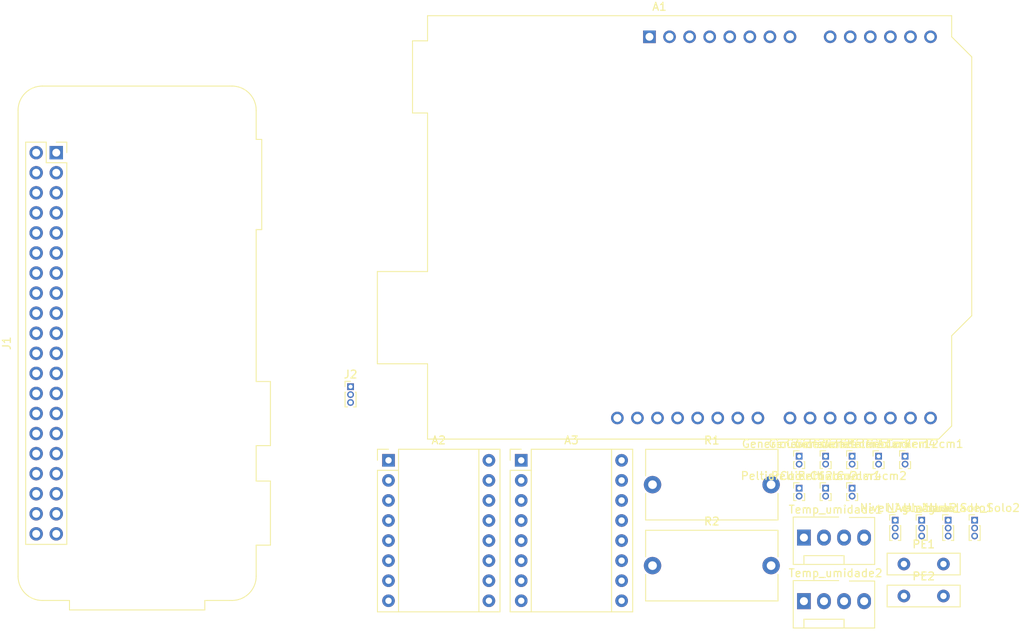
<source format=kicad_pcb>
(kicad_pcb (version 20240108) (generator "pcbnew") (generator_version "8.0")
  (layers (0 "F.Cu" signal) (31 "B.Cu" signal) (34 "B.Paste" user) (35 "F.Paste" user) (36 "B.SilkS" user "B.Silkscreen") (37 "F.SilkS" user "F.Silkscreen") (38 "B.Mask" user) (39 "F.Mask" user) (44 "Edge.Cuts" user))
  (net 0 "")
  (net 3 "Net-(J1-GND-Pad14)")
  (net 7 "Net-(J1-3V3-Pad1)")
  (net 12 "Net-(J1-5V-Pad2)")
  (footprint "Connector:FanPinHeader_1x04_P2.54mm_Vertical" (layer "F.Cu") (at 197.35 137.15)
    (property "Reference" "Temp_umidade2" (at 4 -3.55 0) (layer "F.SilkS"))
    (property "Value" "Conn_01x04")
    (fp_line (start -1.35 -2.6) (end 4.4 -2.6) (stroke (width 0.12)) (layer "F.SilkS"))
    (fp_line (start -1.35 3.4) (end -1.35 -2.6) (stroke (width 0.12)) (layer "F.SilkS"))
    (fp_line (start 0 2.29) (end 5.08 2.29) (stroke (width 0.12)) (layer "F.SilkS"))
    (fp_line (start 0 3.3) (end 0 2.29) (stroke (width 0.12)) (layer "F.SilkS"))
    (fp_line (start 5.08 2.29) (end 5.08 3.3) (stroke (width 0.12)) (layer "F.SilkS"))
    (fp_line (start 5.75 -2.55) (end 8.95 -2.55) (stroke (width 0.12)) (layer "F.SilkS"))
    (fp_line (start 8.95 -2.55) (end 8.95 3.4) (stroke (width 0.12)) (layer "F.SilkS"))
    (fp_line (start 8.95 3.4) (end -1.35 3.4) (stroke (width 0.12)) (layer "F.SilkS"))
    (pad "" np_thru_hole circle (at 5.08 -2.16 90) (size 1.1 1.1) (drill 1.1) (layers "*.Cu" "*.Mask"))
    (pad "1" thru_hole rect (at 0 0 90) (size 2.03 1.73) (drill 1.02) (layers "*.Cu" "*.Mask"))
    (pad "2" thru_hole oval (at 2.54 0 90) (size 2.03 1.73) (drill 1.02) (layers "*.Cu" "*.Mask"))
    (pad "3" thru_hole oval (at 5.08 0 90) (size 2.03 1.73) (drill 1.02) (layers "*.Cu" "*.Mask"))
    (pad "4" thru_hole oval (at 7.62 0 90) (size 2.03 1.73) (drill 1.02) (layers "*.Cu" "*.Mask"))
  )
  (footprint "Module:Raspberry_Pi_Zero_Socketed_THT_FaceDown_MountingHoles" (layer "F.Cu") (at 102.77 80.37)
    (property "Reference" "J1" (at -6.27 24.13 90) (layer "F.SilkS"))
    (property "Value" "Raspberry_Pi_2_3")
    (fp_line (start -4.83 53.63) (end -4.83 -5.37) (stroke (width 0.12)) (layer "F.SilkS"))
    (fp_line (start -3.87 -1.33) (end -3.87 49.59) (stroke (width 0.12)) (layer "F.SilkS"))
    (fp_line (start -3.87 -1.33) (end -1.27 -1.33) (stroke (width 0.12)) (layer "F.SilkS"))
    (fp_line (start -3.87 49.59) (end 1.33 49.59) (stroke (width 0.12)) (layer "F.SilkS"))
    (fp_line (start -1.77 -8.43) (end 22.23 -8.43) (stroke (width 0.12)) (layer "F.SilkS"))
    (fp_line (start -1.27 -1.33) (end -1.27 1.27) (stroke (width 0.12)) (layer "F.SilkS"))
    (fp_line (start -1.27 1.27) (end 1.33 1.27) (stroke (width 0.12)) (layer "F.SilkS"))
    (fp_line (start 0 -1.33) (end 1.33 -1.33) (stroke (width 0.12)) (layer "F.SilkS"))
    (fp_line (start 1.33 -1.33) (end 1.33 0) (stroke (width 0.12)) (layer "F.SilkS"))
    (fp_line (start 1.33 1.27) (end 1.33 49.59) (stroke (width 0.12)) (layer "F.SilkS"))
    (fp_line (start 1.67 56.69) (end -1.77 56.69) (stroke (width 0.12)) (layer "F.SilkS"))
    (fp_line (start 1.67 56.69) (end 1.67 57.89) (stroke (width 0.12)) (layer "F.SilkS"))
    (fp_line (start 1.67 57.89) (end 18.79 57.89) (stroke (width 0.12)) (layer "F.SilkS"))
    (fp_line (start 18.79 56.69) (end 22.23 56.69) (stroke (width 0.12)) (layer "F.SilkS"))
    (fp_line (start 18.79 57.89) (end 18.79 56.69) (stroke (width 0.12)) (layer "F.SilkS"))
    (fp_line (start 25.29 -1.68) (end 25.29 -5.37) (stroke (width 0.12)) (layer "F.SilkS"))
    (fp_line (start 25.29 9.74) (end 25.99 9.74) (stroke (width 0.12)) (layer "F.SilkS"))
    (fp_line (start 25.29 28.97) (end 25.29 9.74) (stroke (width 0.12)) (layer "F.SilkS"))
    (fp_line (start 25.29 37.09) (end 27.09 37.09) (stroke (width 0.12)) (layer "F.SilkS"))
    (fp_line (start 25.29 41.57) (end 25.29 37.09) (stroke (width 0.12)) (layer "F.SilkS"))
    (fp_line (start 25.29 49.69) (end 27.09 49.69) (stroke (width 0.12)) (layer "F.SilkS"))
    (fp_line (start 25.29 53.63) (end 25.29 49.69) (stroke (width 0.12)) (layer "F.SilkS"))
    (fp_line (start 25.99 -1.68) (end 25.29 -1.68) (stroke (width 0.12)) (layer "F.SilkS"))
    (fp_line (start 25.99 9.74) (end 25.99 -1.68) (stroke (width 0.12)) (layer "F.SilkS"))
    (fp_line (start 27.09 28.97) (end 25.29 28.97) (stroke (width 0.12)) (layer "F.SilkS"))
    (fp_line (start 27.09 37.09) (end 27.09 28.97) (stroke (width 0.12)) (layer "F.SilkS"))
    (fp_line (start 27.09 41.57) (end 25.29 41.57) (stroke (width 0.12)) (layer "F.SilkS"))
    (fp_line (start 27.09 49.69) (end 27.09 41.57) (stroke (width 0.12)) (layer "F.SilkS"))
    (fp_arc (start -4.83 -5.37) (mid -3.933747 -7.533747) (end -1.77 -8.43) (stroke (width 0.12)) (layer "F.SilkS"))
    (fp_arc (start -1.77 56.69) (mid -3.933747 55.793747) (end -4.83 53.63) (stroke (width 0.12)) (layer "F.SilkS"))
    (fp_arc (start 22.23 -8.43) (mid 24.393747 -7.533747) (end 25.29 -5.37) (stroke (width 0.12)) (layer "F.SilkS"))
    (fp_arc (start 25.29 53.63) (mid 24.393747 55.793747) (end 22.23 56.69) (stroke (width 0.12)) (layer "F.SilkS"))
    (pad "" np_thru_hole circle (at -1.27 -4.87 90) (size 2.75 2.75) (drill 2.75) (layers "*.Cu" "*.Mask"))
    (pad "" np_thru_hole circle (at -1.27 53.13 90) (size 2.75 2.75) (drill 2.75) (layers "*.Cu" "*.Mask"))
    (pad "" np_thru_hole circle (at 21.73 -4.87 90) (size 2.75 2.75) (drill 2.75) (layers "*.Cu" "*.Mask"))
    (pad "" np_thru_hole circle (at 21.73 53.13 90) (size 2.75 2.75) (drill 2.75) (layers "*.Cu" "*.Mask"))
    (pad "1" thru_hole rect (at 0 0) (size 1.7 1.7) (drill 1) (layers "*.Cu" "*.Mask") (net 7 "Net-(J1-3V3-Pad1)"))
    (pad "2" thru_hole oval (at -2.54 0) (size 1.7 1.7) (drill 1) (layers "*.Cu" "*.Mask") (net 12 "Net-(J1-5V-Pad2)"))
    (pad "3" thru_hole oval (at 0 2.54) (size 1.7 1.7) (drill 1) (layers "*.Cu" "*.Mask"))
    (pad "4" thru_hole oval (at -2.54 2.54) (size 1.7 1.7) (drill 1) (layers "*.Cu" "*.Mask") (net 12 "Net-(J1-5V-Pad2)"))
    (pad "5" thru_hole oval (at 0 5.08) (size 1.7 1.7) (drill 1) (layers "*.Cu" "*.Mask"))
    (pad "6" thru_hole oval (at -2.54 5.08) (size 1.7 1.7) (drill 1) (layers "*.Cu" "*.Mask") (net 3 "Net-(J1-GND-Pad14)"))
    (pad "7" thru_hole oval (at 0 7.62) (size 1.7 1.7) (drill 1) (layers "*.Cu" "*.Mask"))
    (pad "8" thru_hole oval (at -2.54 7.62) (size 1.7 1.7) (drill 1) (layers "*.Cu" "*.Mask"))
    (pad "9" thru_hole oval (at 0 10.16) (size 1.7 1.7) (drill 1) (layers "*.Cu" "*.Mask") (net 3 "Net-(J1-GND-Pad14)"))
    (pad "10" thru_hole oval (at -2.54 10.16) (size 1.7 1.7) (drill 1) (layers "*.Cu" "*.Mask"))
    (pad "11" thru_hole oval (at 0 12.7) (size 1.7 1.7) (drill 1) (layers "*.Cu" "*.Mask"))
    (pad "12" thru_hole oval (at -2.54 12.7) (size 1.7 1.7) (drill 1) (layers "*.Cu" "*.Mask"))
    (pad "13" thru_hole oval (at 0 15.24) (size 1.7 1.7) (drill 1) (layers "*.Cu" "*.Mask"))
    (pad "14" thru_hole oval (at -2.54 15.24) (size 1.7 1.7) (drill 1) (layers "*.Cu" "*.Mask") (net 3 "Net-(J1-GND-Pad14)"))
    (pad "15" thru_hole oval (at 0 17.78) (size 1.7 1.7) (drill 1) (layers "*.Cu" "*.Mask"))
    (pad "16" thru_hole oval (at -2.54 17.78) (size 1.7 1.7) (drill 1) (layers "*.Cu" "*.Mask"))
    (pad "17" thru_hole oval (at 0 20.32) (size 1.7 1.7) (drill 1) (layers "*.Cu" "*.Mask") (net 7 "Net-(J1-3V3-Pad1)"))
    (pad "18" thru_hole oval (at -2.54 20.32) (size 1.7 1.7) (drill 1) (layers "*.Cu" "*.Mask"))
    (pad "19" thru_hole oval (at 0 22.86) (size 1.7 1.7) (drill 1) (layers "*.Cu" "*.Mask"))
    (pad "20" thru_hole oval (at -2.54 22.86) (size 1.7 1.7) (drill 1) (layers "*.Cu" "*.Mask") (net 3 "Net-(J1-GND-Pad14)"))
    (pad "21" thru_hole oval (at 0 25.4) (size 1.7 1.7) (drill 1) (layers "*.Cu" "*.Mask"))
    (pad "22" thru_hole oval (at -2.54 25.4) (size 1.7 1.7) (drill 1) (layers "*.Cu" "*.Mask"))
    (pad "23" thru_hole oval (at 0 27.94) (size 1.7 1.7) (drill 1) (layers "*.Cu" "*.Mask"))
    (pad "24" thru_hole oval (at -2.54 27.94) (size 1.7 1.7) (drill 1) (layers "*.Cu" "*.Mask"))
    (pad "25" thru_hole oval (at 0 30.48) (size 1.7 1.7) (drill 1) (layers "*.Cu" "*.Mask") (net 3 "Net-(J1-GND-Pad14)"))
    (pad "26" thru_hole oval (at -2.54 30.48) (size 1.7 1.7) (drill 1) (layers "*.Cu" "*.Mask"))
    (pad "27" thru_hole oval (at 0 33.02) (size 1.7 1.7) (drill 1) (layers "*.Cu" "*.Mask"))
    (pad "28" thru_hole oval (at -2.54 33.02) (size 1.7 1.7) (drill 1) (layers "*.Cu" "*.Mask"))
    (pad "29" thru_hole oval (at 0 35.56) (size 1.7 1.7) (drill 1) (layers "*.Cu" "*.Mask"))
    (pad "30" thru_hole oval (at -2.54 35.56) (size 1.7 1.7) (drill 1) (layers "*.Cu" "*.Mask") (net 3 "Net-(J1-GND-Pad14)"))
    (pad "31" thru_hole oval (at 0 38.1) (size 1.7 1.7) (drill 1) (layers "*.Cu" "*.Mask"))
    (pad "32" thru_hole oval (at -2.54 38.1) (size 1.7 1.7) (drill 1) (layers "*.Cu" "*.Mask"))
    (pad "33" thru_hole oval (at 0 40.64) (size 1.7 1.7) (drill 1) (layers "*.Cu" "*.Mask"))
    (pad "34" thru_hole oval (at -2.54 40.64) (size 1.7 1.7) (drill 1) (layers "*.Cu" "*.Mask") (net 3 "Net-(J1-GND-Pad14)"))
    (pad "35" thru_hole oval (at 0 43.18) (size 1.7 1.7) (drill 1) (layers "*.Cu" "*.Mask"))
    (pad "36" thru_hole oval (at -2.54 43.18) (size 1.7 1.7) (drill 1) (layers "*.Cu" "*.Mask"))
    (pad "37" thru_hole oval (at 0 45.72) (size 1.7 1.7) (drill 1) (layers "*.Cu" "*.Mask"))
    (pad "38" thru_hole oval (at -2.54 45.72) (size 1.7 1.7) (drill 1) (layers "*.Cu" "*.Mask"))
    (pad "39" thru_hole oval (at 0 48.26) (size 1.7 1.7) (drill 1) (layers "*.Cu" "*.Mask") (net 3 "Net-(J1-GND-Pad14)"))
    (pad "40" thru_hole oval (at -2.54 48.26) (size 1.7 1.7) (drill 1) (layers "*.Cu" "*.Mask"))
  )
  (footprint "Capacitor_THT:C_Disc_D9.0mm_W2.5mm_P5.00mm" (layer "F.Cu") (at 210 136.5)
    (property "Reference" "PE2" (at 2.5 -2.5 0) (layer "F.SilkS"))
    (property "Value" "PeltierElement")
    (fp_line (start -2.12 -1.37) (end -2.12 1.37) (stroke (width 0.12)) (layer "F.SilkS"))
    (fp_line (start -2.12 -1.37) (end 7.12 -1.37) (stroke (width 0.12)) (layer "F.SilkS"))
    (fp_line (start -2.12 1.37) (end 7.12 1.37) (stroke (width 0.12)) (layer "F.SilkS"))
    (fp_line (start 7.12 -1.37) (end 7.12 1.37) (stroke (width 0.12)) (layer "F.SilkS"))
    (pad "1" thru_hole circle (at 0 0) (size 1.6 1.6) (drill 0.8) (layers "*.Cu" "*.Mask"))
    (pad "2" thru_hole circle (at 5 0) (size 1.6 1.6) (drill 0.8) (layers "*.Cu" "*.Mask"))
  )
  (footprint "Connector_PinHeader_1.00mm:PinHeader_1x03_P1.00mm_Vertical" (layer "F.Cu") (at 140 110)
    (property "Reference" "J2" (at 0 -1.56 0) (layer "F.SilkS"))
    (property "Value" "Conn_01x03_Pin")
    (fp_line (start -0.695 -0.685) (end 0 -0.685) (stroke (width 0.12)) (layer "F.SilkS"))
    (fp_line (start -0.695 0) (end -0.695 -0.685) (stroke (width 0.12)) (layer "F.SilkS"))
    (fp_line (start -0.695 0.685) (end -0.695 2.56) (stroke (width 0.12)) (layer "F.SilkS"))
    (fp_line (start -0.695 0.685) (end -0.608276 0.685) (stroke (width 0.12)) (layer "F.SilkS"))
    (fp_line (start -0.695 2.56) (end -0.394493 2.56) (stroke (width 0.12)) (layer "F.SilkS"))
    (fp_line (start 0.394493 2.56) (end 0.695 2.56) (stroke (width 0.12)) (layer "F.SilkS"))
    (fp_line (start 0.608276 0.685) (end 0.695 0.685) (stroke (width 0.12)) (layer "F.SilkS"))
    (fp_line (start 0.695 0.685) (end 0.695 2.56) (stroke (width 0.12)) (layer "F.SilkS"))
    (pad "1" thru_hole rect (at 0 0) (size 0.85 0.85) (drill 0.5) (layers "*.Cu" "*.Mask"))
    (pad "2" thru_hole oval (at 0 1) (size 0.85 0.85) (drill 0.5) (layers "*.Cu" "*.Mask"))
    (pad "3" thru_hole oval (at 0 2) (size 0.85 0.85) (drill 0.5) (layers "*.Cu" "*.Mask"))
  )
  (footprint "Connector_PinHeader_1.00mm:PinHeader_1x02_P1.00mm_Vertical" (layer "F.Cu") (at 200.1 122.85)
    (property "Reference" "PeltierCooler4cm1" (at 0 -1.56 0) (layer "F.SilkS"))
    (property "Value" "Conn_01x02_Pin")
    (fp_line (start -0.695 -0.685) (end 0 -0.685) (stroke (width 0.12)) (layer "F.SilkS"))
    (fp_line (start -0.695 0) (end -0.695 -0.685) (stroke (width 0.12)) (layer "F.SilkS"))
    (fp_line (start -0.695 0.685) (end -0.695 1.56) (stroke (width 0.12)) (layer "F.SilkS"))
    (fp_line (start -0.695 0.685) (end -0.608276 0.685) (stroke (width 0.12)) (layer "F.SilkS"))
    (fp_line (start -0.695 1.56) (end -0.394493 1.56) (stroke (width 0.12)) (layer "F.SilkS"))
    (fp_line (start 0.394493 1.56) (end 0.695 1.56) (stroke (width 0.12)) (layer "F.SilkS"))
    (fp_line (start 0.608276 0.685) (end 0.695 0.685) (stroke (width 0.12)) (layer "F.SilkS"))
    (fp_line (start 0.695 0.685) (end 0.695 1.56) (stroke (width 0.12)) (layer "F.SilkS"))
    (pad "1" thru_hole rect (at 0 0) (size 0.85 0.85) (drill 0.5) (layers "*.Cu" "*.Mask"))
    (pad "2" thru_hole oval (at 0 1) (size 0.85 0.85) (drill 0.5) (layers "*.Cu" "*.Mask"))
  )
  (footprint "Capacitor_THT:C_Rect_L16.5mm_W8.7mm_P15.00mm_MKT" (layer "F.Cu") (at 178.2 132.65)
    (property "Reference" "R2" (at 7.5 -5.6 0) (layer "F.SilkS"))
    (property "Value" "Heater")
    (fp_line (start -0.87 -4.47) (end -0.87 -1.104) (stroke (width 0.12)) (layer "F.SilkS"))
    (fp_line (start -0.87 -4.47) (end 15.87 -4.47) (stroke (width 0.12)) (layer "F.SilkS"))
    (fp_line (start -0.87 1.104) (end -0.87 4.47) (stroke (width 0.12)) (layer "F.SilkS"))
    (fp_line (start -0.87 4.47) (end 15.87 4.47) (stroke (width 0.12)) (layer "F.SilkS"))
    (fp_line (start 15.87 -4.47) (end 15.87 -1.104) (stroke (width 0.12)) (layer "F.SilkS"))
    (fp_line (start 15.87 1.104) (end 15.87 4.47) (stroke (width 0.12)) (layer "F.SilkS"))
    (pad "1" thru_hole circle (at 0 0) (size 2.2 2.2) (drill 1.1) (layers "*.Cu" "*.Mask"))
    (pad "2" thru_hole circle (at 15 0) (size 2.2 2.2) (drill 1.1) (layers "*.Cu" "*.Mask"))
  )
  (footprint "Connector_PinHeader_1.00mm:PinHeader_1x03_P1.00mm_Vertical" (layer "F.Cu") (at 215.6 126.9)
    (property "Reference" "Umidade_Solo1" (at 0 -1.56 0) (layer "F.SilkS"))
    (property "Value" "Conn_01x03_Pin")
    (fp_line (start -0.695 -0.685) (end 0 -0.685) (stroke (width 0.12)) (layer "F.SilkS"))
    (fp_line (start -0.695 0) (end -0.695 -0.685) (stroke (width 0.12)) (layer "F.SilkS"))
    (fp_line (start -0.695 0.685) (end -0.695 2.56) (stroke (width 0.12)) (layer "F.SilkS"))
    (fp_line (start -0.695 0.685) (end -0.608276 0.685) (stroke (width 0.12)) (layer "F.SilkS"))
    (fp_line (start -0.695 2.56) (end -0.394493 2.56) (stroke (width 0.12)) (layer "F.SilkS"))
    (fp_line (start 0.394493 2.56) (end 0.695 2.56) (stroke (width 0.12)) (layer "F.SilkS"))
    (fp_line (start 0.608276 0.685) (end 0.695 0.685) (stroke (width 0.12)) (layer "F.SilkS"))
    (fp_line (start 0.695 0.685) (end 0.695 2.56) (stroke (width 0.12)) (layer "F.SilkS"))
    (pad "1" thru_hole rect (at 0 0) (size 0.85 0.85) (drill 0.5) (layers "*.Cu" "*.Mask"))
    (pad "2" thru_hole oval (at 0 1) (size 0.85 0.85) (drill 0.5) (layers "*.Cu" "*.Mask"))
    (pad "3" thru_hole oval (at 0 2) (size 0.85 0.85) (drill 0.5) (layers "*.Cu" "*.Mask"))
  )
  (footprint "Module:Pololu_Breakout-16_15.2x20.3mm" (layer "F.Cu") (at 144.8 119.32)
    (property "Reference" "A2" (at 6.35 -2.54 0) (layer "F.SilkS"))
    (property "Value" "Pololu_Breakout_A4988")
    (fp_line (start -1.4 -1.4) (end -1.4 0) (stroke (width 0.12)) (layer "F.SilkS"))
    (fp_line (start -1.4 1.27) (end -1.4 19.18) (stroke (width 0.12)) (layer "F.SilkS"))
    (fp_line (start -1.4 19.18) (end 14.1 19.18) (stroke (width 0.12)) (layer "F.SilkS"))
    (fp_line (start 0 -1.4) (end -1.4 -1.4) (stroke (width 0.12)) (layer "F.SilkS"))
    (fp_line (start 1.27 -1.4) (end 1.27 1.27) (stroke (width 0.12)) (layer "F.SilkS"))
    (fp_line (start 1.27 1.27) (end -1.4 1.27) (stroke (width 0.12)) (layer "F.SilkS"))
    (fp_line (start 1.27 1.27) (end 1.27 19.18) (stroke (width 0.12)) (layer "F.SilkS"))
    (fp_line (start 11.43 -1.4) (end 11.43 19.18) (stroke (width 0.12)) (layer "F.SilkS"))
    (fp_line (start 14.1 -1.4) (end 1.27 -1.4) (stroke (width 0.12)) (layer "F.SilkS"))
    (fp_line (start 14.1 19.18) (end 14.1 -1.4) (stroke (width 0.12)) (layer "F.SilkS"))
    (pad "1" thru_hole rect (at 0 0) (size 1.6 1.6) (drill 0.8) (layers "*.Cu" "*.Mask"))
    (pad "2" thru_hole oval (at 0 2.54) (size 1.6 1.6) (drill 0.8) (layers "*.Cu" "*.Mask"))
    (pad "3" thru_hole oval (at 0 5.08) (size 1.6 1.6) (drill 0.8) (layers "*.Cu" "*.Mask"))
    (pad "4" thru_hole oval (at 0 7.62) (size 1.6 1.6) (drill 0.8) (layers "*.Cu" "*.Mask"))
    (pad "5" thru_hole oval (at 0 10.16) (size 1.6 1.6) (drill 0.8) (layers "*.Cu" "*.Mask"))
    (pad "6" thru_hole oval (at 0 12.7) (size 1.6 1.6) (drill 0.8) (layers "*.Cu" "*.Mask"))
    (pad "7" thru_hole oval (at 0 15.24) (size 1.6 1.6) (drill 0.8) (layers "*.Cu" "*.Mask"))
    (pad "8" thru_hole oval (at 0 17.78) (size 1.6 1.6) (drill 0.8) (layers "*.Cu" "*.Mask"))
    (pad "9" thru_hole oval (at 12.7 17.78) (size 1.6 1.6) (drill 0.8) (layers "*.Cu" "*.Mask"))
    (pad "10" thru_hole oval (at 12.7 15.24) (size 1.6 1.6) (drill 0.8) (layers "*.Cu" "*.Mask"))
    (pad "11" thru_hole oval (at 12.7 12.7) (size 1.6 1.6) (drill 0.8) (layers "*.Cu" "*.Mask"))
    (pad "12" thru_hole oval (at 12.7 10.16) (size 1.6 1.6) (drill 0.8) (layers "*.Cu" "*.Mask"))
    (pad "13" thru_hole oval (at 12.7 7.62) (size 1.6 1.6) (drill 0.8) (layers "*.Cu" "*.Mask"))
    (pad "14" thru_hole oval (at 12.7 5.08) (size 1.6 1.6) (drill 0.8) (layers "*.Cu" "*.Mask"))
    (pad "15" thru_hole oval (at 12.7 2.54) (size 1.6 1.6) (drill 0.8) (layers "*.Cu" "*.Mask"))
    (pad "16" thru_hole oval (at 12.7 0) (size 1.6 1.6) (drill 0.8) (layers "*.Cu" "*.Mask"))
  )
  (footprint "Connector_PinHeader_1.00mm:PinHeader_1x02_P1.00mm_Vertical" (layer "F.Cu") (at 196.75 118.8)
    (property "Reference" "GenericCooler4cm1" (at 0 -1.56 0) (layer "F.SilkS"))
    (property "Value" "Conn_01x02_Pin")
    (fp_line (start -0.695 -0.685) (end 0 -0.685) (stroke (width 0.12)) (layer "F.SilkS"))
    (fp_line (start -0.695 0) (end -0.695 -0.685) (stroke (width 0.12)) (layer "F.SilkS"))
    (fp_line (start -0.695 0.685) (end -0.695 1.56) (stroke (width 0.12)) (layer "F.SilkS"))
    (fp_line (start -0.695 0.685) (end -0.608276 0.685) (stroke (width 0.12)) (layer "F.SilkS"))
    (fp_line (start -0.695 1.56) (end -0.394493 1.56) (stroke (width 0.12)) (layer "F.SilkS"))
    (fp_line (start 0.394493 1.56) (end 0.695 1.56) (stroke (width 0.12)) (layer "F.SilkS"))
    (fp_line (start 0.608276 0.685) (end 0.695 0.685) (stroke (width 0.12)) (layer "F.SilkS"))
    (fp_line (start 0.695 0.685) (end 0.695 1.56) (stroke (width 0.12)) (layer "F.SilkS"))
    (pad "1" thru_hole rect (at 0 0) (size 0.85 0.85) (drill 0.5) (layers "*.Cu" "*.Mask"))
    (pad "2" thru_hole oval (at 0 1) (size 0.85 0.85) (drill 0.5) (layers "*.Cu" "*.Mask"))
  )
  (footprint "Connector_PinHeader_1.00mm:PinHeader_1x02_P1.00mm_Vertical" (layer "F.Cu") (at 210.15 118.8)
    (property "Reference" "PeltierCooler12cm1" (at 0 -1.56 0) (layer "F.SilkS"))
    (property "Value" "Conn_01x02_Pin")
    (fp_line (start -0.695 -0.685) (end 0 -0.685) (stroke (width 0.12)) (layer "F.SilkS"))
    (fp_line (start -0.695 0) (end -0.695 -0.685) (stroke (width 0.12)) (layer "F.SilkS"))
    (fp_line (start -0.695 0.685) (end -0.695 1.56) (stroke (width 0.12)) (layer "F.SilkS"))
    (fp_line (start -0.695 0.685) (end -0.608276 0.685) (stroke (width 0.12)) (layer "F.SilkS"))
    (fp_line (start -0.695 1.56) (end -0.394493 1.56) (stroke (width 0.12)) (layer "F.SilkS"))
    (fp_line (start 0.394493 1.56) (end 0.695 1.56) (stroke (width 0.12)) (layer "F.SilkS"))
    (fp_line (start 0.608276 0.685) (end 0.695 0.685) (stroke (width 0.12)) (layer "F.SilkS"))
    (fp_line (start 0.695 0.685) (end 0.695 1.56) (stroke (width 0.12)) (layer "F.SilkS"))
    (pad "1" thru_hole rect (at 0 0) (size 0.85 0.85) (drill 0.5) (layers "*.Cu" "*.Mask"))
    (pad "2" thru_hole oval (at 0 1) (size 0.85 0.85) (drill 0.5) (layers "*.Cu" "*.Mask"))
  )
  (footprint "Connector_PinHeader_1.00mm:PinHeader_1x02_P1.00mm_Vertical" (layer "F.Cu") (at 206.8 118.8)
    (property "Reference" "GenericCooler4cm4" (at 0 -1.56 0) (layer "F.SilkS"))
    (property "Value" "Conn_01x02_Pin")
    (fp_line (start -0.695 -0.685) (end 0 -0.685) (stroke (width 0.12)) (layer "F.SilkS"))
    (fp_line (start -0.695 0) (end -0.695 -0.685) (stroke (width 0.12)) (layer "F.SilkS"))
    (fp_line (start -0.695 0.685) (end -0.695 1.56) (stroke (width 0.12)) (layer "F.SilkS"))
    (fp_line (start -0.695 0.685) (end -0.608276 0.685) (stroke (width 0.12)) (layer "F.SilkS"))
    (fp_line (start -0.695 1.56) (end -0.394493 1.56) (stroke (width 0.12)) (layer "F.SilkS"))
    (fp_line (start 0.394493 1.56) (end 0.695 1.56) (stroke (width 0.12)) (layer "F.SilkS"))
    (fp_line (start 0.608276 0.685) (end 0.695 0.685) (stroke (width 0.12)) (layer "F.SilkS"))
    (fp_line (start 0.695 0.685) (end 0.695 1.56) (stroke (width 0.12)) (layer "F.SilkS"))
    (pad "1" thru_hole rect (at 0 0) (size 0.85 0.85) (drill 0.5) (layers "*.Cu" "*.Mask"))
    (pad "2" thru_hole oval (at 0 1) (size 0.85 0.85) (drill 0.5) (layers "*.Cu" "*.Mask"))
  )
  (footprint "Connector_PinHeader_1.00mm:PinHeader_1x02_P1.00mm_Vertical" (layer "F.Cu") (at 200.1 118.8)
    (property "Reference" "GenericCooler4cm2" (at 0 -1.56 0) (layer "F.SilkS"))
    (property "Value" "Conn_01x02_Pin")
    (fp_line (start -0.695 -0.685) (end 0 -0.685) (stroke (width 0.12)) (layer "F.SilkS"))
    (fp_line (start -0.695 0) (end -0.695 -0.685) (stroke (width 0.12)) (layer "F.SilkS"))
    (fp_line (start -0.695 0.685) (end -0.695 1.56) (stroke (width 0.12)) (layer "F.SilkS"))
    (fp_line (start -0.695 0.685) (end -0.608276 0.685) (stroke (width 0.12)) (layer "F.SilkS"))
    (fp_line (start -0.695 1.56) (end -0.394493 1.56) (stroke (width 0.12)) (layer "F.SilkS"))
    (fp_line (start 0.394493 1.56) (end 0.695 1.56) (stroke (width 0.12)) (layer "F.SilkS"))
    (fp_line (start 0.608276 0.685) (end 0.695 0.685) (stroke (width 0.12)) (layer "F.SilkS"))
    (fp_line (start 0.695 0.685) (end 0.695 1.56) (stroke (width 0.12)) (layer "F.SilkS"))
    (pad "1" thru_hole rect (at 0 0) (size 0.85 0.85) (drill 0.5) (layers "*.Cu" "*.Mask"))
    (pad "2" thru_hole oval (at 0 1) (size 0.85 0.85) (drill 0.5) (layers "*.Cu" "*.Mask"))
  )
  (footprint "Connector_PinHeader_1.00mm:PinHeader_1x02_P1.00mm_Vertical" (layer "F.Cu") (at 203.45 118.8)
    (property "Reference" "GenericCooler4cm3" (at 0 -1.56 0) (layer "F.SilkS"))
    (property "Value" "Conn_01x02_Pin")
    (fp_line (start -0.695 -0.685) (end 0 -0.685) (stroke (width 0.12)) (layer "F.SilkS"))
    (fp_line (start -0.695 0) (end -0.695 -0.685) (stroke (width 0.12)) (layer "F.SilkS"))
    (fp_line (start -0.695 0.685) (end -0.695 1.56) (stroke (width 0.12)) (layer "F.SilkS"))
    (fp_line (start -0.695 0.685) (end -0.608276 0.685) (stroke (width 0.12)) (layer "F.SilkS"))
    (fp_line (start -0.695 1.56) (end -0.394493 1.56) (stroke (width 0.12)) (layer "F.SilkS"))
    (fp_line (start 0.394493 1.56) (end 0.695 1.56) (stroke (width 0.12)) (layer "F.SilkS"))
    (fp_line (start 0.608276 0.685) (end 0.695 0.685) (stroke (width 0.12)) (layer "F.SilkS"))
    (fp_line (start 0.695 0.685) (end 0.695 1.56) (stroke (width 0.12)) (layer "F.SilkS"))
    (pad "1" thru_hole rect (at 0 0) (size 0.85 0.85) (drill 0.5) (layers "*.Cu" "*.Mask"))
    (pad "2" thru_hole oval (at 0 1) (size 0.85 0.85) (drill 0.5) (layers "*.Cu" "*.Mask"))
  )
  (footprint "Connector_PinHeader_1.00mm:PinHeader_1x03_P1.00mm_Vertical" (layer "F.Cu") (at 218.95 126.9)
    (property "Reference" "Umidade_Solo2" (at 0 -1.56 0) (layer "F.SilkS"))
    (property "Value" "Conn_01x03_Pin")
    (fp_line (start -0.695 -0.685) (end 0 -0.685) (stroke (width 0.12)) (layer "F.SilkS"))
    (fp_line (start -0.695 0) (end -0.695 -0.685) (stroke (width 0.12)) (layer "F.SilkS"))
    (fp_line (start -0.695 0.685) (end -0.695 2.56) (stroke (width 0.12)) (layer "F.SilkS"))
    (fp_line (start -0.695 0.685) (end -0.608276 0.685) (stroke (width 0.12)) (layer "F.SilkS"))
    (fp_line (start -0.695 2.56) (end -0.394493 2.56) (stroke (width 0.12)) (layer "F.SilkS"))
    (fp_line (start 0.394493 2.56) (end 0.695 2.56) (stroke (width 0.12)) (layer "F.SilkS"))
    (fp_line (start 0.608276 0.685) (end 0.695 0.685) (stroke (width 0.12)) (layer "F.SilkS"))
    (fp_line (start 0.695 0.685) (end 0.695 2.56) (stroke (width 0.12)) (layer "F.SilkS"))
    (pad "1" thru_hole rect (at 0 0) (size 0.85 0.85) (drill 0.5) (layers "*.Cu" "*.Mask"))
    (pad "2" thru_hole oval (at 0 1) (size 0.85 0.85) (drill 0.5) (layers "*.Cu" "*.Mask"))
    (pad "3" thru_hole oval (at 0 2) (size 0.85 0.85) (drill 0.5) (layers "*.Cu" "*.Mask"))
  )
  (footprint "Connector_PinHeader_1.00mm:PinHeader_1x03_P1.00mm_Vertical" (layer "F.Cu") (at 208.9 126.9)
    (property "Reference" "Nivel_Agua1" (at 0 -1.56 0) (layer "F.SilkS"))
    (property "Value" "Conn_01x03_Pin")
    (fp_line (start -0.695 -0.685) (end 0 -0.685) (stroke (width 0.12)) (layer "F.SilkS"))
    (fp_line (start -0.695 0) (end -0.695 -0.685) (stroke (width 0.12)) (layer "F.SilkS"))
    (fp_line (start -0.695 0.685) (end -0.695 2.56) (stroke (width 0.12)) (layer "F.SilkS"))
    (fp_line (start -0.695 0.685) (end -0.608276 0.685) (stroke (width 0.12)) (layer "F.SilkS"))
    (fp_line (start -0.695 2.56) (end -0.394493 2.56) (stroke (width 0.12)) (layer "F.SilkS"))
    (fp_line (start 0.394493 2.56) (end 0.695 2.56) (stroke (width 0.12)) (layer "F.SilkS"))
    (fp_line (start 0.608276 0.685) (end 0.695 0.685) (stroke (width 0.12)) (layer "F.SilkS"))
    (fp_line (start 0.695 0.685) (end 0.695 2.56) (stroke (width 0.12)) (layer "F.SilkS"))
    (pad "1" thru_hole rect (at 0 0) (size 0.85 0.85) (drill 0.5) (layers "*.Cu" "*.Mask"))
    (pad "2" thru_hole oval (at 0 1) (size 0.85 0.85) (drill 0.5) (layers "*.Cu" "*.Mask"))
    (pad "3" thru_hole oval (at 0 2) (size 0.85 0.85) (drill 0.5) (layers "*.Cu" "*.Mask"))
  )
  (footprint "Connector:FanPinHeader_1x04_P2.54mm_Vertical" (layer "F.Cu") (at 197.35 129.1)
    (property "Reference" "Temp_umidade1" (at 4 -3.55 0) (layer "F.SilkS"))
    (property "Value" "Conn_01x04")
    (fp_line (start -1.35 -2.6) (end 4.4 -2.6) (stroke (width 0.12)) (layer "F.SilkS"))
    (fp_line (start -1.35 3.4) (end -1.35 -2.6) (stroke (width 0.12)) (layer "F.SilkS"))
    (fp_line (start 0 2.29) (end 5.08 2.29) (stroke (width 0.12)) (layer "F.SilkS"))
    (fp_line (start 0 3.3) (end 0 2.29) (stroke (width 0.12)) (layer "F.SilkS"))
    (fp_line (start 5.08 2.29) (end 5.08 3.3) (stroke (width 0.12)) (layer "F.SilkS"))
    (fp_line (start 5.75 -2.55) (end 8.95 -2.55) (stroke (width 0.12)) (layer "F.SilkS"))
    (fp_line (start 8.95 -2.55) (end 8.95 3.4) (stroke (width 0.12)) (layer "F.SilkS"))
    (fp_line (start 8.95 3.4) (end -1.35 3.4) (stroke (width 0.12)) (layer "F.SilkS"))
    (pad "" np_thru_hole circle (at 5.08 -2.16 90) (size 1.1 1.1) (drill 1.1) (layers "*.Cu" "*.Mask"))
    (pad "1" thru_hole rect (at 0 0 90) (size 2.03 1.73) (drill 1.02) (layers "*.Cu" "*.Mask"))
    (pad "2" thru_hole oval (at 2.54 0 90) (size 2.03 1.73) (drill 1.02) (layers "*.Cu" "*.Mask"))
    (pad "3" thru_hole oval (at 5.08 0 90) (size 2.03 1.73) (drill 1.02) (layers "*.Cu" "*.Mask"))
    (pad "4" thru_hole oval (at 7.62 0 90) (size 2.03 1.73) (drill 1.02) (layers "*.Cu" "*.Mask"))
  )
  (footprint "Connector_PinHeader_1.00mm:PinHeader_1x02_P1.00mm_Vertical" (layer "F.Cu") (at 203.45 122.85)
    (property "Reference" "PeltierCooler4cm2" (at 0 -1.56 0) (layer "F.SilkS"))
    (property "Value" "Conn_01x02_Pin")
    (fp_line (start -0.695 -0.685) (end 0 -0.685) (stroke (width 0.12)) (layer "F.SilkS"))
    (fp_line (start -0.695 0) (end -0.695 -0.685) (stroke (width 0.12)) (layer "F.SilkS"))
    (fp_line (start -0.695 0.685) (end -0.695 1.56) (stroke (width 0.12)) (layer "F.SilkS"))
    (fp_line (start -0.695 0.685) (end -0.608276 0.685) (stroke (width 0.12)) (layer "F.SilkS"))
    (fp_line (start -0.695 1.56) (end -0.394493 1.56) (stroke (width 0.12)) (layer "F.SilkS"))
    (fp_line (start 0.394493 1.56) (end 0.695 1.56) (stroke (width 0.12)) (layer "F.SilkS"))
    (fp_line (start 0.608276 0.685) (end 0.695 0.685) (stroke (width 0.12)) (layer "F.SilkS"))
    (fp_line (start 0.695 0.685) (end 0.695 1.56) (stroke (width 0.12)) (layer "F.SilkS"))
    (pad "1" thru_hole rect (at 0 0) (size 0.85 0.85) (drill 0.5) (layers "*.Cu" "*.Mask"))
    (pad "2" thru_hole oval (at 0 1) (size 0.85 0.85) (drill 0.5) (layers "*.Cu" "*.Mask"))
  )
  (footprint "Connector_PinHeader_1.00mm:PinHeader_1x02_P1.00mm_Vertical" (layer "F.Cu") (at 196.75 122.85)
    (property "Reference" "PeltierCooler12cm2" (at 0 -1.56 0) (layer "F.SilkS"))
    (property "Value" "Conn_01x02_Pin")
    (fp_line (start -0.695 -0.685) (end 0 -0.685) (stroke (width 0.12)) (layer "F.SilkS"))
    (fp_line (start -0.695 0) (end -0.695 -0.685) (stroke (width 0.12)) (layer "F.SilkS"))
    (fp_line (start -0.695 0.685) (end -0.695 1.56) (stroke (width 0.12)) (layer "F.SilkS"))
    (fp_line (start -0.695 0.685) (end -0.608276 0.685) (stroke (width 0.12)) (layer "F.SilkS"))
    (fp_line (start -0.695 1.56) (end -0.394493 1.56) (stroke (width 0.12)) (layer "F.SilkS"))
    (fp_line (start 0.394493 1.56) (end 0.695 1.56) (stroke (width 0.12)) (layer "F.SilkS"))
    (fp_line (start 0.608276 0.685) (end 0.695 0.685) (stroke (width 0.12)) (layer "F.SilkS"))
    (fp_line (start 0.695 0.685) (end 0.695 1.56) (stroke (width 0.12)) (layer "F.SilkS"))
    (pad "1" thru_hole rect (at 0 0) (size 0.85 0.85) (drill 0.5) (layers "*.Cu" "*.Mask"))
    (pad "2" thru_hole oval (at 0 1) (size 0.85 0.85) (drill 0.5) (layers "*.Cu" "*.Mask"))
  )
  (footprint "Connector_PinHeader_1.00mm:PinHeader_1x03_P1.00mm_Vertical" (layer "F.Cu") (at 212.25 126.9)
    (property "Reference" "Nivel_Agua2" (at 0 -1.56 0) (layer "F.SilkS"))
    (property "Value" "Conn_01x03_Pin")
    (fp_line (start -0.695 -0.685) (end 0 -0.685) (stroke (width 0.12)) (layer "F.SilkS"))
    (fp_line (start -0.695 0) (end -0.695 -0.685) (stroke (width 0.12)) (layer "F.SilkS"))
    (fp_line (start -0.695 0.685) (end -0.695 2.56) (stroke (width 0.12)) (layer "F.SilkS"))
    (fp_line (start -0.695 0.685) (end -0.608276 0.685) (stroke (width 0.12)) (layer "F.SilkS"))
    (fp_line (start -0.695 2.56) (end -0.394493 2.56) (stroke (width 0.12)) (layer "F.SilkS"))
    (fp_line (start 0.394493 2.56) (end 0.695 2.56) (stroke (width 0.12)) (layer "F.SilkS"))
    (fp_line (start 0.608276 0.685) (end 0.695 0.685) (stroke (width 0.12)) (layer "F.SilkS"))
    (fp_line (start 0.695 0.685) (end 0.695 2.56) (stroke (width 0.12)) (layer "F.SilkS"))
    (pad "1" thru_hole rect (at 0 0) (size 0.85 0.85) (drill 0.5) (layers "*.Cu" "*.Mask"))
    (pad "2" thru_hole oval (at 0 1) (size 0.85 0.85) (drill 0.5) (layers "*.Cu" "*.Mask"))
    (pad "3" thru_hole oval (at 0 2) (size 0.85 0.85) (drill 0.5) (layers "*.Cu" "*.Mask"))
  )
  (footprint "Module:Pololu_Breakout-16_15.2x20.3mm" (layer "F.Cu") (at 161.59 119.32)
    (property "Reference" "A3" (at 6.35 -2.54 0) (layer "F.SilkS"))
    (property "Value" "Pololu_Breakout_A4988")
    (fp_line (start -1.4 -1.4) (end -1.4 0) (stroke (width 0.12)) (layer "F.SilkS"))
    (fp_line (start -1.4 1.27) (end -1.4 19.18) (stroke (width 0.12)) (layer "F.SilkS"))
    (fp_line (start -1.4 19.18) (end 14.1 19.18) (stroke (width 0.12)) (layer "F.SilkS"))
    (fp_line (start 0 -1.4) (end -1.4 -1.4) (stroke (width 0.12)) (layer "F.SilkS"))
    (fp_line (start 1.27 -1.4) (end 1.27 1.27) (stroke (width 0.12)) (layer "F.SilkS"))
    (fp_line (start 1.27 1.27) (end -1.4 1.27) (stroke (width 0.12)) (layer "F.SilkS"))
    (fp_line (start 1.27 1.27) (end 1.27 19.18) (stroke (width 0.12)) (layer "F.SilkS"))
    (fp_line (start 11.43 -1.4) (end 11.43 19.18) (stroke (width 0.12)) (layer "F.SilkS"))
    (fp_line (start 14.1 -1.4) (end 1.27 -1.4) (stroke (width 0.12)) (layer "F.SilkS"))
    (fp_line (start 14.1 19.18) (end 14.1 -1.4) (stroke (width 0.12)) (layer "F.SilkS"))
    (pad "1" thru_hole rect (at 0 0) (size 1.6 1.6) (drill 0.8) (layers "*.Cu" "*.Mask"))
    (pad "2" thru_hole oval (at 0 2.54) (size 1.6 1.6) (drill 0.8) (layers "*.Cu" "*.Mask"))
    (pad "3" thru_hole oval (at 0 5.08) (size 1.6 1.6) (drill 0.8) (layers "*.Cu" "*.Mask"))
    (pad "4" thru_hole oval (at 0 7.62) (size 1.6 1.6) (drill 0.8) (layers "*.Cu" "*.Mask"))
    (pad "5" thru_hole oval (at 0 10.16) (size 1.6 1.6) (drill 0.8) (layers "*.Cu" "*.Mask"))
    (pad "6" thru_hole oval (at 0 12.7) (size 1.6 1.6) (drill 0.8) (layers "*.Cu" "*.Mask"))
    (pad "7" thru_hole oval (at 0 15.24) (size 1.6 1.6) (drill 0.8) (layers "*.Cu" "*.Mask"))
    (pad "8" thru_hole oval (at 0 17.78) (size 1.6 1.6) (drill 0.8) (layers "*.Cu" "*.Mask"))
    (pad "9" thru_hole oval (at 12.7 17.78) (size 1.6 1.6) (drill 0.8) (layers "*.Cu" "*.Mask"))
    (pad "10" thru_hole oval (at 12.7 15.24) (size 1.6 1.6) (drill 0.8) (layers "*.Cu" "*.Mask"))
    (pad "11" thru_hole oval (at 12.7 12.7) (size 1.6 1.6) (drill 0.8) (layers "*.Cu" "*.Mask"))
    (pad "12" thru_hole oval (at 12.7 10.16) (size 1.6 1.6) (drill 0.8) (layers "*.Cu" "*.Mask"))
    (pad "13" thru_hole oval (at 12.7 7.62) (size 1.6 1.6) (drill 0.8) (layers "*.Cu" "*.Mask"))
    (pad "14" thru_hole oval (at 12.7 5.08) (size 1.6 1.6) (drill 0.8) (layers "*.Cu" "*.Mask"))
    (pad "15" thru_hole oval (at 12.7 2.54) (size 1.6 1.6) (drill 0.8) (layers "*.Cu" "*.Mask"))
    (pad "16" thru_hole oval (at 12.7 0) (size 1.6 1.6) (drill 0.8) (layers "*.Cu" "*.Mask"))
  )
  (footprint "Capacitor_THT:C_Disc_D9.0mm_W2.5mm_P5.00mm" (layer "F.Cu") (at 210 132.45)
    (property "Reference" "PE1" (at 2.5 -2.5 0) (layer "F.SilkS"))
    (property "Value" "PeltierElement")
    (fp_line (start -2.12 -1.37) (end -2.12 1.37) (stroke (width 0.12)) (layer "F.SilkS"))
    (fp_line (start -2.12 -1.37) (end 7.12 -1.37) (stroke (width 0.12)) (layer "F.SilkS"))
    (fp_line (start -2.12 1.37) (end 7.12 1.37) (stroke (width 0.12)) (layer "F.SilkS"))
    (fp_line (start 7.12 -1.37) (end 7.12 1.37) (stroke (width 0.12)) (layer "F.SilkS"))
    (pad "1" thru_hole circle (at 0 0) (size 1.6 1.6) (drill 0.8) (layers "*.Cu" "*.Mask"))
    (pad "2" thru_hole circle (at 5 0) (size 1.6 1.6) (drill 0.8) (layers "*.Cu" "*.Mask"))
  )
  (footprint "Module:Arduino_UNO_R2" (layer "F.Cu") (at 177.81 65.7)
    (property "Reference" "A1" (at 1.27 -3.81 180) (layer "F.SilkS"))
    (property "Value" "Arduino_UNO_R2")
    (fp_line (start -34.42 29.72) (end -34.42 41.4) (stroke (width 0.12)) (layer "F.SilkS"))
    (fp_line (start -34.42 41.4) (end -28.07 41.4) (stroke (width 0.12)) (layer "F.SilkS"))
    (fp_line (start -29.97 0.51) (end -29.97 9.65) (stroke (width 0.12)) (layer "F.SilkS"))
    (fp_line (start -29.97 9.65) (end -28.07 9.65) (stroke (width 0.12)) (layer "F.SilkS"))
    (fp_line (start -28.07 -2.67) (end -28.07 0.51) (stroke (width 0.12)) (layer "F.SilkS"))
    (fp_line (start -28.07 0.51) (end -29.97 0.51) (stroke (width 0.12)) (layer "F.SilkS"))
    (fp_line (start -28.07 9.65) (end -28.07 29.72) (stroke (width 0.12)) (layer "F.SilkS"))
    (fp_line (start -28.07 29.72) (end -34.42 29.72) (stroke (width 0.12)) (layer "F.SilkS"))
    (fp_line (start -28.07 41.4) (end -28.07 50.93) (stroke (width 0.12)) (layer "F.SilkS"))
    (fp_line (start -28.07 50.93) (end 36.58 50.93) (stroke (width 0.12)) (layer "F.SilkS"))
    (fp_line (start 36.58 50.93) (end 38.23 49.28) (stroke (width 0.12)) (layer "F.SilkS"))
    (fp_line (start 38.23 -2.67) (end -28.07 -2.67) (stroke (width 0.12)) (layer "F.SilkS"))
    (fp_line (start 38.23 0) (end 38.23 -2.67) (stroke (width 0.12)) (layer "F.SilkS"))
    (fp_line (start 38.23 37.85) (end 40.77 35.31) (stroke (width 0.12)) (layer "F.SilkS"))
    (fp_line (start 38.23 49.28) (end 38.23 37.85) (stroke (width 0.12)) (layer "F.SilkS"))
    (fp_line (start 40.77 2.54) (end 38.23 0) (stroke (width 0.12)) (layer "F.SilkS"))
    (fp_line (start 40.77 35.31) (end 40.77 2.54) (stroke (width 0.12)) (layer "F.SilkS"))
    (pad "1" thru_hole rect (at 0 0 90) (size 1.6 1.6) (drill 1) (layers "*.Cu" "*.Mask"))
    (pad "2" thru_hole oval (at 2.54 0 90) (size 1.6 1.6) (drill 1) (layers "*.Cu" "*.Mask"))
    (pad "3" thru_hole oval (at 5.08 0 90) (size 1.6 1.6) (drill 1) (layers "*.Cu" "*.Mask"))
    (pad "4" thru_hole oval (at 7.62 0 90) (size 1.6 1.6) (drill 1) (layers "*.Cu" "*.Mask"))
    (pad "5" thru_hole oval (at 10.16 0 90) (size 1.6 1.6) (drill 1) (layers "*.Cu" "*.Mask"))
    (pad "6" thru_hole oval (at 12.7 0 90) (size 1.6 1.6) (drill 1) (layers "*.Cu" "*.Mask"))
    (pad "7" thru_hole oval (at 15.24 0 90) (size 1.6 1.6) (drill 1) (layers "*.Cu" "*.Mask"))
    (pad "8" thru_hole oval (at 17.78 0 90) (size 1.6 1.6) (drill 1) (layers "*.Cu" "*.Mask"))
    (pad "9" thru_hole oval (at 22.86 0 90) (size 1.6 1.6) (drill 1) (layers "*.Cu" "*.Mask"))
    (pad "10" thru_hole oval (at 25.4 0 90) (size 1.6 1.6) (drill 1) (layers "*.Cu" "*.Mask"))
    (pad "11" thru_hole oval (at 27.94 0 90) (size 1.6 1.6) (drill 1) (layers "*.Cu" "*.Mask"))
    (pad "12" thru_hole oval (at 30.48 0 90) (size 1.6 1.6) (drill 1) (layers "*.Cu" "*.Mask"))
    (pad "13" thru_hole oval (at 33.02 0 90) (size 1.6 1.6) (drill 1) (layers "*.Cu" "*.Mask"))
    (pad "14" thru_hole oval (at 35.56 0 90) (size 1.6 1.6) (drill 1) (layers "*.Cu" "*.Mask"))
    (pad "15" thru_hole oval (at 35.56 48.26 90) (size 1.6 1.6) (drill 1) (layers "*.Cu" "*.Mask"))
    (pad "16" thru_hole oval (at 33.02 48.26 90) (size 1.6 1.6) (drill 1) (layers "*.Cu" "*.Mask"))
    (pad "17" thru_hole oval (at 30.48 48.26 90) (size 1.6 1.6) (drill 1) (layers "*.Cu" "*.Mask"))
    (pad "18" thru_hole oval (at 27.94 48.26 90) (size 1.6 1.6) (drill 1) (layers "*.Cu" "*.Mask"))
    (pad "19" thru_hole oval (at 25.4 48.26 90) (size 1.6 1.6) (drill 1) (layers "*.Cu" "*.Mask"))
    (pad "20" thru_hole oval (at 22.86 48.26 90) (size 1.6 1.6) (drill 1) (layers "*.Cu" "*.Mask"))
    (pad "21" thru_hole oval (at 20.32 48.26 90) (size 1.6 1.6) (drill 1) (layers "*.Cu" "*.Mask"))
    (pad "22" thru_hole oval (at 17.78 48.26 90) (size 1.6 1.6) (drill 1) (layers "*.Cu" "*.Mask"))
    (pad "23" thru_hole oval (at 13.72 48.26 90) (size 1.6 1.6) (drill 1) (layers "*.Cu" "*.Mask"))
    (pad "24" thru_hole oval (at 11.18 48.26 90) (size 1.6 1.6) (drill 1) (layers "*.Cu" "*.Mask"))
    (pad "25" thru_hole oval (at 8.64 48.26 90) (size 1.6 1.6) (drill 1) (layers "*.Cu" "*.Mask"))
    (pad "26" thru_hole oval (at 6.1 48.26 90) (size 1.6 1.6) (drill 1) (layers "*.Cu" "*.Mask"))
    (pad "27" thru_hole oval (at 3.56 48.26 90) (size 1.6 1.6) (drill 1) (layers "*.Cu" "*.Mask"))
    (pad "28" thru_hole oval (at 1.02 48.26 90) (size 1.6 1.6) (drill 1) (layers "*.Cu" "*.Mask"))
    (pad "29" thru_hole oval (at -1.52 48.26 90) (size 1.6 1.6) (drill 1) (layers "*.Cu" "*.Mask"))
    (pad "30" thru_hole oval (at -4.06 48.26 90) (size 1.6 1.6) (drill 1) (layers "*.Cu" "*.Mask"))
  )
  (footprint "Capacitor_THT:C_Rect_L16.5mm_W8.7mm_P15.00mm_MKT" (layer "F.Cu") (at 178.2 122.4)
    (property "Reference" "R1" (at 7.5 -5.6 0) (layer "F.SilkS"))
    (property "Value" "Heater")
    (fp_line (start -0.87 -4.47) (end -0.87 -1.104) (stroke (width 0.12)) (layer "F.SilkS"))
    (fp_line (start -0.87 -4.47) (end 15.87 -4.47) (stroke (width 0.12)) (layer "F.SilkS"))
    (fp_line (start -0.87 1.104) (end -0.87 4.47) (stroke (width 0.12)) (layer "F.SilkS"))
    (fp_line (start -0.87 4.47) (end 15.87 4.47) (stroke (width 0.12)) (layer "F.SilkS"))
    (fp_line (start 15.87 -4.47) (end 15.87 -1.104) (stroke (width 0.12)) (layer "F.SilkS"))
    (fp_line (start 15.87 1.104) (end 15.87 4.47) (stroke (width 0.12)) (layer "F.SilkS"))
    (pad "1" thru_hole circle (at 0 0) (size 2.2 2.2) (drill 1.1) (layers "*.Cu" "*.Mask"))
    (pad "2" thru_hole circle (at 15 0) (size 2.2 2.2) (drill 1.1) (layers "*.Cu" "*.Mask"))
  )
)
</source>
